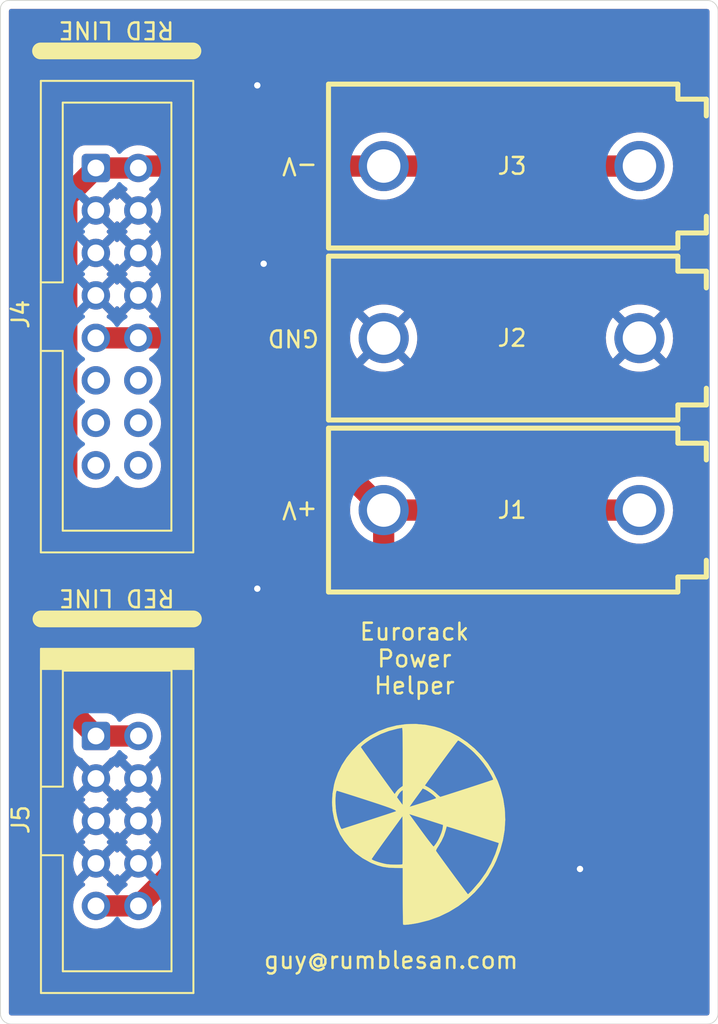
<source format=kicad_pcb>
(kicad_pcb (version 20211014) (generator pcbnew)
  (title_block (title "Euro Power Friend") (date "2022-04-11") (rev "r01") (comment 2 "creativecommons.org/licenses/by/4.0/") (comment 3 "License: CC BY 4.0") (comment 4 "Author: Guy John"))
  (layers (0 "F.Cu" signal) (31 "B.Cu" signal) (36 "B.SilkS" user "B.Silkscreen") (37 "F.SilkS" user "F.Silkscreen") (38 "B.Mask" user) (39 "F.Mask" user) (44 "Edge.Cuts" user))
  (net 0 "")
  (net 1 "+12V")
  (net 2 "GND")
  (net 3 "-12V")
  (footprint "Rumblesan_Footprints:Deltron_571_PCB_BananaJack" (layer "F.Cu") (at 150.749 80.772)
    (fp_text reference "J2" (at -7.62 0) (layer "F.SilkS"))
    (fp_text value "GND")
    (fp_line (start 4 3) (end 4 4) (layer "F.SilkS") (width 0.3))
    (fp_line (start 2.3 -4) (end 4 -4) (layer "F.SilkS") (width 0.3))
    (fp_line (start 2.3 4) (end 2.3 4.9) (layer "F.SilkS") (width 0.3))
    (fp_line (start 4 -4) (end 4 -3) (layer "F.SilkS") (width 0.3))
    (fp_line (start 4 4) (end 2.3 4) (layer "F.SilkS") (width 0.3))
    (fp_line (start -18.6 4.9) (end -18.6 -4.9) (layer "F.SilkS") (width 0.3))
    (fp_line (start -18.6 -4.9) (end 2.3 -4.9) (layer "F.SilkS") (width 0.3))
    (fp_line (start 2.3 4.9) (end -18.6 4.9) (layer "F.SilkS") (width 0.3))
    (fp_line (start 2.3 -4.9) (end 2.3 -4) (layer "F.SilkS") (width 0.3))
    (pad "1" thru_hole circle locked (at -15.3 0) (size 3 3) (drill 2) (layers *.Cu *.Mask) (net 2 "GND"))
    (pad "1" thru_hole circle locked (at 0 0) (size 3 3) (drill 2) (layers *.Cu *.Mask) (net 2 "GND"))
  )
  (footprint "Rumblesan_Footprints:Deltron_571_PCB_BananaJack" (layer "F.Cu") (at 150.749 91.059)
    (fp_text reference "J1" (at -7.62 0) (layer "F.SilkS"))
    (fp_text value "+12V")
    (fp_line (start 2.3 4.9) (end -18.6 4.9) (layer "F.SilkS") (width 0.3))
    (fp_line (start 2.3 -4) (end 4 -4) (layer "F.SilkS") (width 0.3))
    (fp_line (start 2.3 4) (end 2.3 4.9) (layer "F.SilkS") (width 0.3))
    (fp_line (start -18.6 -4.9) (end 2.3 -4.9) (layer "F.SilkS") (width 0.3))
    (fp_line (start 4 -4) (end 4 -3) (layer "F.SilkS") (width 0.3))
    (fp_line (start 2.3 -4.9) (end 2.3 -4) (layer "F.SilkS") (width 0.3))
    (fp_line (start -18.6 4.9) (end -18.6 -4.9) (layer "F.SilkS") (width 0.3))
    (fp_line (start 4 4) (end 2.3 4) (layer "F.SilkS") (width 0.3))
    (fp_line (start 4 3) (end 4 4) (layer "F.SilkS") (width 0.3))
    (pad "1" thru_hole circle locked (at -15.3 0) (size 3 3) (drill 2) (layers *.Cu *.Mask) (net 1 "+12V"))
    (pad "1" thru_hole circle locked (at 0 0) (size 3 3) (drill 2) (layers *.Cu *.Mask) (net 1 "+12V"))
  )
  (footprint "Rumblesan_Footprints:Logo_Ammonite-simple_10.4mmx12.0mm" (layer "F.Cu") (at 136.896487 108.81645)
    (fp_text reference "H1" hide)
    (fp_text value "Logo_Ammonite-simple" hide)
    (fp_poly (pts (xy 1.032799 -4.917203) (xy 1.602938 -4.803894) (xy 1.950328 -4.702154) (xy 2.511868 -4.481942) (xy 3.043657 -4.203555) (xy 3.541437 -3.871283) (xy 4.000951 -3.489415) (xy 4.417944 -3.06224) (xy 4.788157 -2.594048) (xy 5.107334 -2.089128) (xy 5.371218 -1.551771) (xy 5.547304 -1.07762) (xy 5.705433 -0.47201) (xy 5.79761 0.14295) (xy 5.82422 0.762934) (xy 5.785649 1.383615) (xy 5.682283 2.000669) (xy 5.514507 2.609767) (xy 5.282707 3.206585) (xy 5.138453 3.507792) (xy 4.807993 4.082105) (xy 4.426498 4.614309) (xy 3.997568 5.101669) (xy 3.524802 5.541449) (xy 3.011799 5.930913) (xy 2.46216 6.267326) (xy 1.879485 6.547954) (xy 1.267372 6.77006) (xy 0.635371 6.929721) (xy 0.397238 6.974242) (xy 0.180809 7.00876) (xy -0.004619 7.032246) (xy -0.149747 7.043669) (xy -0.24528 7.041998) (xy -0.27923 7.031103) (xy -0.284232 6.993104) (xy -0.288909 6.893944) (xy -0.293163 6.740195) (xy -0.296897 6.538429) (xy -0.300012 6.295218) (xy -0.302409 6.017133) (xy -0.303992 5.710748) (xy -0.304662 5.382634) (xy -0.304678 5.326002) (xy -0.304726 3.64678) (xy -0.787278 3.642638) (xy -1.158825 3.625497) (xy -1.491225 3.577387) (xy -1.808015 3.492995) (xy -2.132731 3.367012) (xy -2.252891 3.311977) (xy -2.606381 3.117184) (xy -2.167297 3.117184) (xy -2.136343 3.149546) (xy -2.051759 3.192674) (xy -1.92596 3.242309) (xy -1.77136 3.294189) (xy -1.600375 3.344054) (xy -1.42542 3.387644) (xy -1.308431 3.411919) (xy -1.195701 3.427182) (xy -1.049986 3.438675) (xy -0.886274 3.446222) (xy -0.71955 3.449648) (xy -0.5648 3.448777) (xy -0.437012 3.443434) (xy -0.35117 3.433443) (xy -0.323927 3.423453) (xy -0.319864 3.386366) (xy -0.316488 3.28866) (xy -0.313854 3.137446) (xy -0.312017 2.939835) (xy -0.311032 2.702938) (xy -0.31101 2.626808) (xy 1.684212 2.626808) (xy 1.718205 2.677566) (xy 1.785793 2.773435) (xy 1.882204 2.907923) (xy 2.002668 3.074541) (xy 2.142412 3.266797) (xy 2.296664 3.478201) (xy 2.460654 3.702263) (xy 2.62961 3.932492) (xy 2.798759 4.162397) (xy 2.963332 4.385489) (xy 3.118555 4.595276) (xy 3.259657 4.785269) (xy 3.381867 4.948976) (xy 3.480414 5.079907) (xy 3.550525 5.171572) (xy 3.587429 5.21748) (xy 3.59179 5.22158) (xy 3.623503 5.198507) (xy 3.690449 5.136237) (xy 3.781757 5.045191) (xy 3.854667 4.969581) (xy 4.286587 4.470052) (xy 4.661763 3.941747) (xy 4.977562 3.389158) (xy 5.231351 2.816778) (xy 5.384822 2.358586) (xy 5.443801 2.154126) (xy 3.889878 1.650716) (xy 3.579962 1.550662) (xy 3.290171 1.457777) (xy 3.026769 1.37402) (xy 2.796022 1.301351) (xy 2.604195 1.241732) (xy 2.457551 1.197122) (xy 2.362357 1.169482) (xy 2.324877 1.160772) (xy 2.324586 1.16091) (xy 2.311475 1.198162) (xy 2.287607 1.2835) (xy 2.257938 1.399123) (xy 2.255308 1.409773) (xy 2.15443 1.720344) (xy 2.005668 2.040898) (xy 1.819984 2.347874) (xy 1.81652 2.352914) (xy 1.733843 2.482934) (xy 1.68868 2.576999) (xy 1.684212 2.626808) (xy -0.31101 2.626808) (xy -0.310954 2.433866) (xy -0.311837 2.139731) (xy -0.312725 1.974266) (xy -0.321563 0.545206) (xy -1.24443 1.814363) (xy -1.432233 2.073342) (xy -1.60721 2.315996) (xy -1.76542 2.536763) (xy -1.902924 2.730082) (xy -2.01578 2.890389) (xy -2.100051 3.012123) (xy -2.151794 3.089721) (xy -2.167297 3.117184) (xy -2.606381 3.117184) (xy -2.710638 3.059733) (xy -3.121547 2.761089) (xy -3.483816 2.420231) (xy -3.795646 2.041349) (xy -4.055236 1.628632) (xy -4.260787 1.186268) (xy -4.410496 0.718446) (xy -4.502566 0.229354) (xy -4.535194 -0.276818) (xy -4.530422 -0.363394) (xy -4.33396 -0.363394) (xy -4.329712 -0.160283) (xy -4.317644 0.04385) (xy -4.297452 0.237932) (xy -4.284197 0.327847) (xy -4.246355 0.52569) (xy -4.199548 0.722236) (xy -4.147335 0.906977) (xy -4.093275 1.069402) (xy -4.040927 1.199002) (xy -3.993849 1.28527) (xy -3.9556 1.317694) (xy -3.949319 1.316792) (xy -3.910482 1.303867) (xy -3.813544 1.272119) (xy -3.664838 1.223609) (xy -3.470695 1.160398) (xy -3.237449 1.084545) (xy -2.971432 0.998111) (xy -2.678977 0.903157) (xy -2.366416 0.801741) (xy -2.319697 0.786588) (xy -2.00563 0.684537) (xy -1.711522 0.588606) (xy -1.443591 0.500848) (xy -1.208054 0.423318) (xy -1.202224 0.421386) (xy 0.076634 0.421386) (xy 0.789339 1.399948) (xy 0.954589 1.625176) (xy 1.108278 1.831463) (xy 1.245701 2.012735) (xy 1.362152 2.162918) (xy 1.452926 2.275937) (xy 1.513317 2.345721) (xy 1.538171 2.366469) (xy 1.57325 2.334181) (xy 1.633008 2.259809) (xy 1.705585 2.1583) (xy 1.718564 2.139093) (xy 1.823353 1.96158) (xy 1.921924 1.756847) (xy 2.0054 1.546709) (xy 2.064905 1.352981) (xy 2.088726 1.229385) (xy 2.107183 1.072914) (xy 1.434677 0.856305) (xy 1.205046 0.782407) (xy 0.971598 0.707393) (xy 0.751412 0.636744) (xy 0.561567 0.575939) (xy 0.419402 0.530541) (xy 0.076634 0.421386) (xy -1.202224 0.421386) (xy -1.011127 0.358067) (xy -0.859028 0.307151) (xy -0.757973 0.272623) (xy -0.714181 0.256537) (xy -0.712912 0.25582) (xy -0.707817 0.235269) (xy -0.732205 0.208427) (xy -0.789934 0.173828) (xy -0.884864 0.130004) (xy -1.020855 0.075489) (xy -1.201767 0.008816) (xy -1.270567 -0.015236) (xy 0.10177 -0.015236) (xy 0.132184 -0.021926) (xy 0.216377 -0.046367) (xy 0.343777 -0.085177) (xy 0.503811 -0.134974) (xy 0.685905 -0.192375) (xy 0.879487 -0.254) (xy 1.073983 -0.316465) (xy 1.258822 -0.376389) (xy 1.423429 -0.430391) (xy 1.557233 -0.475087) (xy 1.64966 -0.507097) (xy 1.690137 -0.523038) (xy 1.690814 -0.523519) (xy 1.682953 -0.556793) (xy 1.6294 -0.617782) (xy 1.541466 -0.697618) (xy 1.430464 -0.787434) (xy 1.307706 -0.87836) (xy 1.184504 -0.96153) (xy 1.07217 -1.028075) (xy 1.006885 -1.059673) (xy 0.887583 -1.109521) (xy 0.494676 -0.568606) (xy 0.374327 -0.40232) (xy 0.268881 -0.255476) (xy 0.184366 -0.136563) (xy 0.126809 -0.054071) (xy 0.102238 -0.01649) (xy 0.10177 -0.015236) (xy -1.270567 -0.015236) (xy -1.431458 -0.071482) (xy -1.713788 -0.166873) (xy -2.052618 -0.278822) (xy -2.451806 -0.408797) (xy -2.517546 -0.430074) (xy -2.842193 -0.534816) (xy -2.996411 -0.584321) (xy -0.652315 -0.584321) (xy -0.487337 -0.356837) (xy -0.410833 -0.252713) (xy -0.350855 -0.173644) (xy -0.3172 -0.132452) (xy -0.313494 -0.129353) (xy -0.310205 -0.161129) (xy -0.307468 -0.248095) (xy -0.305535 -0.37771) (xy -0.304657 -0.53743) (xy -0.30463 -0.571926) (xy -0.30463 -1.014499) (xy -0.400633 -0.946139) (xy -0.475847 -0.873327) (xy -0.551015 -0.771415) (xy -0.574475 -0.73105) (xy -0.652315 -0.584321) (xy -2.996411 -0.584321) (xy -3.147935 -0.632961) (xy -3.428611 -0.722563) (xy -3.678063 -0.801682) (xy -3.89013 -0.868374) (xy -4.058654 -0.920697) (xy -4.177474 -0.956707) (xy -4.240431 -0.974463) (xy -4.248495 -0.97602) (xy -4.278804 -0.944132) (xy -4.302808 -0.855851) (xy -4.320204 -0.722252) (xy -4.330689 -0.554408) (xy -4.33396 -0.363394) (xy -4.530422 -0.363394) (xy -4.506581 -0.795884) (xy -4.414926 -1.323652) (xy -4.350841 -1.569089) (xy -4.180454 -2.042811) (xy -3.949264 -2.505533) (xy -3.664168 -2.948396) (xy -3.332064 -3.362542) (xy -3.119064 -3.578034) (xy -2.810764 -3.578034) (xy -2.79167 -3.547475) (xy -2.737418 -3.468564) (xy -2.652556 -3.347617) (xy -2.541627 -3.190949) (xy -2.409178 -3.004876) (xy -2.259755 -2.795713) (xy -2.097904 -2.569775) (xy -1.928169 -2.333377) (xy -1.755097 -2.092836) (xy -1.583234 -1.854465) (xy -1.417126 -1.624581) (xy -1.261317 -1.409499) (xy -1.120354 -1.215534) (xy -0.998783 -1.049002) (xy -0.901149 -0.916218) (xy -0.831998 -0.823497) (xy -0.795876 -0.777155) (xy -0.791731 -0.773016) (xy -0.772593 -0.798297) (xy -0.728493 -0.862712) (xy -0.700335 -0.904934) (xy -0.619126 -1.004067) (xy -0.512224 -1.105753) (xy -0.458768 -1.147742) (xy -0.30463 -1.258435) (xy -0.30463 -1.286745) (xy 1.016 -1.286745) (xy 1.239734 -1.161625) (xy 1.37345 -1.075998) (xy 1.524644 -0.962727) (xy 1.664534 -0.843646) (xy 1.688552 -0.821123) (xy 1.790272 -0.726438) (xy 1.874758 -0.652699) (xy 1.929571 -0.610533) (xy 1.941928 -0.604613) (xy 1.97885 -0.614555) (xy 2.073818 -0.643496) (xy 2.220487 -0.689414) (xy 2.412513 -0.750291) (xy 2.643553 -0.824104) (xy 2.907261 -0.908835) (xy 3.197295 -1.002463) (xy 3.50731 -1.102967) (xy 3.529544 -1.110191) (xy 3.840287 -1.211369) (xy 4.131013 -1.306417) (xy 4.395443 -1.393256) (xy 4.627296 -1.469804) (xy 4.820291 -1.533981) (xy 4.968148 -1.583706) (xy 5.064587 -1.616897) (xy 5.103328 -1.631475) (xy 5.103729 -1.631757) (xy 5.098675 -1.670879) (xy 5.062267 -1.756286) (xy 5.000086 -1.877486) (xy 4.917712 -2.023985) (xy 4.820724 -2.185291) (xy 4.750088 -2.29682) (xy 4.514631 -2.63002) (xy 4.24662 -2.957144) (xy 3.966721 -3.253701) (xy 3.849688 -3.364065) (xy 3.714975 -3.481196) (xy 3.567698 -3.601194) (xy 3.418225 -3.716535) (xy 3.276926 -3.819693) (xy 3.154167 -3.903146) (xy 3.060318 -3.959368) (xy 3.005746 -3.980836) (xy 3.000508 -3.980313) (xy 2.974821 -3.951832) (xy 2.913985 -3.874801) (xy 2.822631 -3.755493) (xy 2.705394 -3.600176) (xy 2.566907 -3.415121) (xy 2.411804 -3.206598) (xy 2.244717 -2.980877) (xy 2.07028 -2.744229) (xy 1.893127 -2.502923) (xy 1.717891 -2.263229) (xy 1.549205 -2.031419) (xy 1.391703 -1.813761) (xy 1.250017 -1.616526) (xy 1.15178 -1.478516) (xy 1.016 -1.286745) (xy -0.30463 -1.286745) (xy -0.30463 -2.996828) (xy -0.305241 -3.439) (xy -0.307089 -3.814503) (xy -0.310196 -4.124392) (xy -0.314581 -4.369721) (xy -0.320268 -4.551542) (xy -0.327277 -4.670911) (xy -0.335629 -4.728881) (xy -0.339925 -4.73522) (xy -0.388093 -4.728907) (xy -0.483781 -4.712189) (xy -0.608184 -4.68839) (xy -0.636258 -4.682792) (xy -1.13279 -4.553148) (xy -1.621135 -4.368077) (xy -2.081104 -4.13579) (xy -2.277612 -4.015337) (xy -2.455255 -3.894865) (xy -2.605273 -3.783937) (xy -2.719716 -3.689072) (xy -2.790637 -3.616789) (xy -2.810764 -3.578034) (xy -3.119064 -3.578034) (xy -2.959848 -3.739112) (xy -2.554418 -4.069246) (xy -2.245311 -4.273519) (xy -1.742935 -4.535607) (xy -1.215772 -4.736508) (xy -0.669221 -4.875669) (xy -0.108677 -4.95254) (xy 0.460462 -4.966568) (xy 1.032799 -4.917203)) (layer "F.SilkS") (width 0.01) (fill solid))
  )
  (footprint "EurorackBasics:EurorackPowerHeader_2x05_P2.54mm_Shrouded" (layer "F.Cu") (at 118.237 104.5695)
    (fp_text reference "J5" (at -4.5 5 270) (layer "F.SilkS"))
    (fp_text value "Small Europower")
    (fp_text user "RED LINE" (at 1.25 -8.25 180 unlocked) (layer "F.SilkS"))
    (fp_line (start -1.98 3.03) (end -1.98 -3.91) (layer "F.SilkS") (width 0.12))
    (fp_line (start -1.98 14.07) (end -1.98 7.13) (layer "F.SilkS") (width 0.12))
    (fp_line (start 5.83 15.37) (end -3.29 15.37) (layer "F.SilkS") (width 0.12))
    (fp_line (start 4.52 -3.91) (end 4.52 14.07) (layer "F.SilkS") (width 0.12))
    (fp_line (start -1.98 -3.91) (end 4.52 -3.91) (layer "F.SilkS") (width 0.12))
    (fp_line (start 5.83 -5.21) (end 5.83 15.37) (layer "F.SilkS") (width 0.12))
    (fp_line (start -3.29 3.03) (end -1.98 3.03) (layer "F.SilkS") (width 0.12))
    (fp_line (start -3.29 -7) (end 5.83 -7) (layer "F.SilkS") (width 1))
    (fp_line (start -3.29 15.37) (end -3.29 -5.21) (layer "F.SilkS") (width 0.12))
    (fp_line (start -3.29 -5.21) (end 5.83 -5.21) (layer "F.SilkS") (width 0.12))
    (fp_line (start -1.98 7.13) (end -3.29 7.13) (layer "F.SilkS") (width 0.12))
    (fp_line (start -1.98 7.13) (end -1.98 7.13) (layer "F.SilkS") (width 0.12))
    (fp_line (start 4.52 14.07) (end -1.98 14.07) (layer "F.SilkS") (width 0.12))
    (fp_poly (pts (xy 5.842 -4.0005) (xy -3.302 -4.0005) (xy -3.29 -5.21) (xy 5.83 -5.21)) (layer "F.SilkS") (width 0.1) (fill solid))
    (pad "1" thru_hole roundrect (at 0 0) (size 1.7 1.7) (drill 1) (layers *.Cu *.Mask) (roundrect_rratio 0.1470588235) (net 3 "-12V"))
    (pad "2" thru_hole circle (at 2.54 0) (size 1.7 1.7) (drill 1) (layers *.Cu *.Mask) (net 3 "-12V"))
    (pad "3" thru_hole circle (at 0 2.54) (size 1.7 1.7) (drill 1) (layers *.Cu *.Mask) (net 2 "GND"))
    (pad "4" thru_hole circle (at 2.54 2.54) (size 1.7 1.7) (drill 1) (layers *.Cu *.Mask) (net 2 "GND"))
    (pad "5" thru_hole circle (at 0 5.08) (size 1.7 1.7) (drill 1) (layers *.Cu *.Mask) (net 2 "GND"))
    (pad "6" thru_hole circle (at 2.54 5.08) (size 1.7 1.7) (drill 1) (layers *.Cu *.Mask) (net 2 "GND"))
    (pad "7" thru_hole circle (at 0 7.62) (size 1.7 1.7) (drill 1) (layers *.Cu *.Mask) (net 2 "GND"))
    (pad "8" thru_hole circle (at 2.54 7.62) (size 1.7 1.7) (drill 1) (layers *.Cu *.Mask) (net 2 "GND"))
    (pad "9" thru_hole circle (at 0 10.16) (size 1.7 1.7) (drill 1) (layers *.Cu *.Mask) (net 1 "+12V"))
    (pad "10" thru_hole circle (at 2.54 10.16) (size 1.7 1.7) (drill 1) (layers *.Cu *.Mask) (net 1 "+12V"))
  )
  (footprint "EurorackBasics:EurorackPowerHeader_2x08_P2.54mm_Shrouded" (layer "F.Cu") (at 118.229806 70.600432)
    (fp_text reference "J4" (at -4.5 8.75 90) (layer "F.SilkS"))
    (fp_text value "Big Europower")
    (fp_text user "RED LINE" (at 1.23 -8.25 180 unlocked) (layer "F.SilkS"))
    (fp_line (start -3.29 6.84) (end -1.98 6.84) (layer "F.SilkS") (width 0.12))
    (fp_line (start -1.98 6.84) (end -1.98 -3.91) (layer "F.SilkS") (width 0.12))
    (fp_line (start 4.52 21.69) (end -1.98 21.69) (layer "F.SilkS") (width 0.12))
    (fp_line (start -3.29 22.99) (end -3.29 -5.21) (layer "F.SilkS") (width 0.12))
    (fp_line (start -1.98 10.94) (end -1.98 10.94) (layer "F.SilkS") (width 0.12))
    (fp_line (start -3.31 -7) (end 5.81 -7) (layer "F.SilkS") (width 1))
    (fp_line (start -3.29 -5.21) (end 5.83 -5.21) (layer "F.SilkS") (width 0.12))
    (fp_line (start 4.52 -3.91) (end 4.52 21.69) (layer "F.SilkS") (width 0.12))
    (fp_line (start 5.83 22.99) (end -3.29 22.99) (layer "F.SilkS") (width 0.12))
    (fp_line (start -1.98 10.94) (end -3.29 10.94) (layer "F.SilkS") (width 0.12))
    (fp_line (start -1.98 21.69) (end -1.98 10.94) (layer "F.SilkS") (width 0.12))
    (fp_line (start 5.83 -5.21) (end 5.83 22.99) (layer "F.SilkS") (width 0.12))
    (fp_line (start -1.98 -3.91) (end 4.52 -3.91) (layer "F.SilkS") (width 0.12))
    (pad "1" thru_hole roundrect (at 0 0) (size 1.7 1.7) (drill 1) (layers *.Cu *.Mask) (roundrect_rratio 0.1470588235) (net 3 "-12V"))
    (pad "2" thru_hole circle (at 2.54 0) (size 1.7 1.7) (drill 1) (layers *.Cu *.Mask) (net 3 "-12V"))
    (pad "3" thru_hole circle (at 0 2.54) (size 1.7 1.7) (drill 1) (layers *.Cu *.Mask) (net 2 "GND"))
    (pad "4" thru_hole circle (at 2.54 2.54) (size 1.7 1.7) (drill 1) (layers *.Cu *.Mask) (net 2 "GND"))
    (pad "5" thru_hole circle (at 0 5.08) (size 1.7 1.7) (drill 1) (layers *.Cu *.Mask) (net 2 "GND"))
    (pad "6" thru_hole circle (at 2.54 5.08) (size 1.7 1.7) (drill 1) (layers *.Cu *.Mask) (net 2 "GND"))
    (pad "7" thru_hole circle (at 0 7.62) (size 1.7 1.7) (drill 1) (layers *.Cu *.Mask) (net 2 "GND"))
    (pad "8" thru_hole circle (at 2.54 7.62) (size 1.7 1.7) (drill 1) (layers *.Cu *.Mask) (net 2 "GND"))
    (pad "9" thru_hole circle (at 0 10.16) (size 1.7 1.7) (drill 1) (layers *.Cu *.Mask) (net 1 "+12V"))
    (pad "10" thru_hole circle (at 2.54 10.16) (size 1.7 1.7) (drill 1) (layers *.Cu *.Mask) (net 1 "+12V"))
    (pad "11" thru_hole circle (at 0 12.7) (size 1.7 1.7) (drill 1) (layers *.Cu *.Mask))
    (pad "12" thru_hole circle (at 2.54 12.7) (size 1.7 1.7) (drill 1) (layers *.Cu *.Mask))
    (pad "13" thru_hole circle (at 0 15.24) (size 1.7 1.7) (drill 1) (layers *.Cu *.Mask))
    (pad "14" thru_hole circle (at 2.54 15.24) (size 1.7 1.7) (drill 1) (layers *.Cu *.Mask))
    (pad "15" thru_hole circle (at 0 17.78) (size 1.7 1.7) (drill 1) (layers *.Cu *.Mask))
    (pad "16" thru_hole circle (at 2.54 17.78) (size 1.7 1.7) (drill 1) (layers *.Cu *.Mask))
  )
  (footprint "Rumblesan_Footprints:Deltron_571_PCB_BananaJack" (layer "F.Cu") (at 150.749 70.485)
    (fp_text reference "J3" (at -7.62 0) (layer "F.SilkS"))
    (fp_text value "-12V")
    (fp_line (start 4 4) (end 2.3 4) (layer "F.SilkS") (width 0.3))
    (fp_line (start 4 3) (end 4 4) (layer "F.SilkS") (width 0.3))
    (fp_line (start 2.3 -4.9) (end 2.3 -4) (layer "F.SilkS") (width 0.3))
    (fp_line (start 2.3 4.9) (end -18.6 4.9) (layer "F.SilkS") (width 0.3))
    (fp_line (start -18.6 4.9) (end -18.6 -4.9) (layer "F.SilkS") (width 0.3))
    (fp_line (start 4 -4) (end 4 -3) (layer "F.SilkS") (width 0.3))
    (fp_line (start 2.3 -4) (end 4 -4) (layer "F.SilkS") (width 0.3))
    (fp_line (start -18.6 -4.9) (end 2.3 -4.9) (layer "F.SilkS") (width 0.3))
    (fp_line (start 2.3 4) (end 2.3 4.9) (layer "F.SilkS") (width 0.3))
    (pad "1" thru_hole circle locked (at -15.3 0) (size 3 3) (drill 2) (layers *.Cu *.Mask) (net 3 "-12V"))
    (pad "1" thru_hole circle locked (at 0 0) (size 3 3) (drill 2) (layers *.Cu *.Mask) (net 3 "-12V"))
  )
  (gr_line (start 155.448 61.214) (end 155.448 121.158) (layer "Edge.Cuts") (width 0.05))
  (gr_arc (start 155.448 121.158) (mid 155.262013 121.607013) (end 154.813 121.793) (layer "Edge.Cuts") (width 0.05))
  (gr_arc (start 113.157 121.793) (mid 112.707987 121.607013) (end 112.522 121.158) (layer "Edge.Cuts") (width 0.05))
  (gr_arc (start 112.522 61.087) (mid 112.67079 60.72779) (end 113.03 60.579) (layer "Edge.Cuts") (width 0.05))
  (gr_line (start 113.157 121.793) (end 154.813 121.793) (layer "Edge.Cuts") (width 0.05))
  (gr_line (start 113.03 60.579) (end 154.813 60.579) (layer "Edge.Cuts") (width 0.05))
  (gr_line (start 112.522 61.087) (end 112.522 121.158) (layer "Edge.Cuts") (width 0.05))
  (gr_arc (start 154.813 60.579) (mid 155.262013 60.764987) (end 155.448 61.214) (layer "Edge.Cuts") (width 0.05))
  (gr_text "Eurorack\nPower\nHelper" (at 137.287 99.949) (layer "F.SilkS") (effects (font (size 1 1))))
  (gr_text "GND" (at 130.048 80.772 180) (layer "F.SilkS") (effects (font (size 1 1))))
  (gr_text "guy@rumblesan.com" (at 135.89 117.983) (layer "F.SilkS") (effects (font (size 1 1))))
  (gr_text "-V" (at 130.429 70.485 180) (layer "F.SilkS") (effects (font (size 1 1))))
  (gr_text "+V" (at 130.429 91.059 180) (layer "F.SilkS") (effects (font (size 1 1))))
  (segment (start 120.777 114.7295) (end 118.237 114.7295) (width 1.27) (layer "F.Cu") (net 1))
  (segment (start 135.449 91.059) (end 125.150432 80.760432) (width 1.27) (layer "F.Cu") (net 1))
  (segment (start 135.449 100.0575) (end 135.449 91.059) (width 1.27) (layer "F.Cu") (net 1))
  (segment (start 120.777 114.7295) (end 135.449 100.0575) (width 1.27) (layer "F.Cu") (net 1))
  (segment (start 150.749 91.059) (end 135.449 91.059) (width 1.27) (layer "F.Cu") (net 1))
  (segment (start 125.150432 80.760432) (end 120.769806 80.760432) (width 1.27) (layer "F.Cu") (net 1))
  (segment (start 120.769806 80.760432) (end 118.229806 80.760432) (width 1.27) (layer "F.Cu") (net 1))
  (via (at 127.889 65.659) (size 0.762) (drill 0.381) (layers "F.Cu" "B.Cu") (net 2))
  (via (at 147.193 112.522) (size 0.762) (drill 0.381) (layers "F.Cu" "B.Cu") (net 2))
  (via (at 127.889 95.758) (size 0.762) (drill 0.381) (layers "F.Cu" "B.Cu") (net 2))
  (via (at 128.27 76.327) (size 0.762) (drill 0.381) (layers "F.Cu" "B.Cu") (net 2))
  (segment (start 118.229806 70.600432) (end 116.491295 72.338943) (width 1.27) (layer "F.Cu") (net 3))
  (segment (start 120.781374 70.612) (end 120.769806 70.600432) (width 1.27) (layer "F.Cu") (net 3))
  (segment (start 135.449 70.485) (end 120.885238 70.485) (width 1.27) (layer "F.Cu") (net 3))
  (segment (start 150.749 70.485) (end 135.449 70.485) (width 1.27) (layer "F.Cu") (net 3))
  (segment (start 120.885238 70.485) (end 120.769806 70.600432) (width 1.27) (layer "F.Cu") (net 3))
  (segment (start 116.491295 72.338943) (end 116.491295 102.823795) (width 1.27) (layer "F.Cu") (net 3))
  (segment (start 120.769806 70.600432) (end 118.229806 70.600432) (width 1.27) (layer "F.Cu") (net 3))
  (segment (start 116.491295 102.823795) (end 118.237 104.5695) (width 1.27) (layer "F.Cu") (net 3))
  (segment (start 118.237 104.5695) (end 120.777 104.5695) (width 1.27) (layer "F.Cu") (net 3))
  (zone (net 2) (net_name "GND") (layers F&B.Cu) (connect_pads (clearance 0.508)) (min_thickness 0.254) (fill yes (thermal_gap 0.508) (thermal_bridge_width 0.508))
    (polygon (pts (xy 155.448 121.793) (xy 112.522 121.793) (xy 112.522 60.579) (xy 155.448 60.579)))
  )
)
</source>
